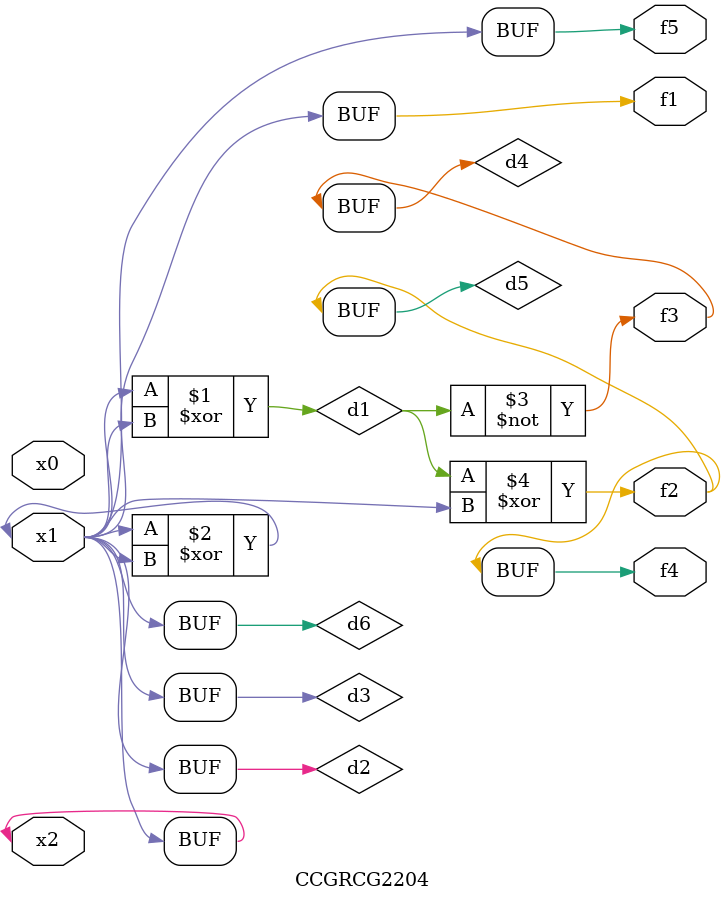
<source format=v>
module CCGRCG2204(
	input x0, x1, x2,
	output f1, f2, f3, f4, f5
);

	wire d1, d2, d3, d4, d5, d6;

	xor (d1, x1, x2);
	buf (d2, x1, x2);
	xor (d3, x1, x2);
	nor (d4, d1);
	xor (d5, d1, d2);
	buf (d6, d2, d3);
	assign f1 = d6;
	assign f2 = d5;
	assign f3 = d4;
	assign f4 = d5;
	assign f5 = d6;
endmodule

</source>
